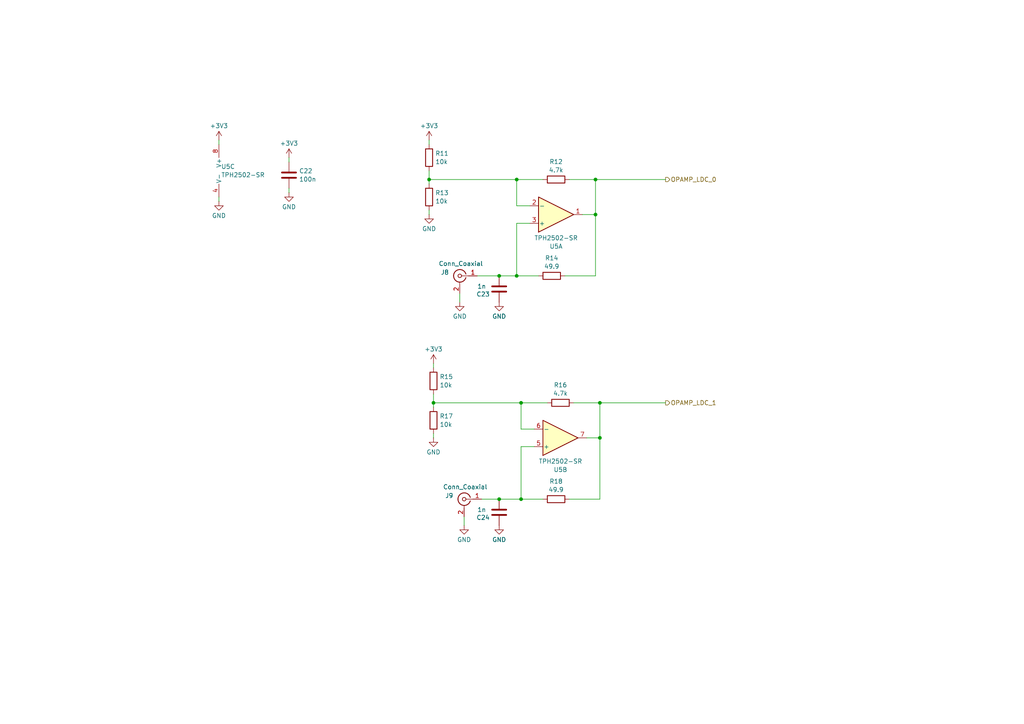
<source format=kicad_sch>
(kicad_sch (version 20250114) (generator "eeschema") (generator_version "9.0")
  (paper "A4")
  (lib_symbols
    (symbol "Amplifier_Operational:MCP6002-xSN" (pin_names (offset 0.127))
      (property "Reference" "U" (at 0 5.08 0))
      (property "Value" "MCP6002-xSN" (at 0 -5.08 0))
      (symbol "MCP6002-xSN_1_1"
        (polyline (pts (xy -5.08 5.08) (xy 5.08 0) (xy -5.08 -5.08) (xy -5.08 5.08)) (stroke (width 0.254)) (fill (type background)))
        (pin input line (at -7.62 2.54 0) (length 2.54) (name "+") (number "3"))
        (pin input line (at -7.62 -2.54 0) (length 2.54) (name "-") (number "2"))
        (pin output line (at 7.62 0 180) (length 2.54) (name "~") (number "1"))
      )
      (symbol "MCP6002-xSN_2_1"
        (polyline (pts (xy -5.08 5.08) (xy 5.08 0) (xy -5.08 -5.08) (xy -5.08 5.08)) (stroke (width 0.254)) (fill (type background)))
        (pin input line (at -7.62 2.54 0) (length 2.54) (name "+") (number "5"))
        (pin input line (at -7.62 -2.54 0) (length 2.54) (name "-") (number "6"))
        (pin output line (at 7.62 0 180) (length 2.54) (name "~") (number "7"))
      )
      (symbol "MCP6002-xSN_3_1"
        (pin power_in line (at -2.54 7.62 270) (length 3.81) (name "V+") (number "8"))
        (pin power_in line (at -2.54 -7.62 90) (length 3.81) (name "V-") (number "4"))
      )
    )
    (symbol "Connector:Conn_Coaxial" (pin_names (offset 1.016) (hide yes))
      (property "Reference" "J" (at 0.254 3.048 0))
      (property "Value" "Conn_Coaxial" (at 2.921 0 90))
      (symbol "Conn_Coaxial_0_1"
        (polyline (pts (xy -2.54 0) (xy -0.508 0)))
        (arc (start 1.778 0) (mid 0.222 -1.8079) (end -1.778 -0.508) (stroke (width 0.254)))
        (arc (start -1.778 0.508) (mid 0.2221 1.8084) (end 1.778 0) (stroke (width 0.254)))
        (circle (center 0 0) (radius 0.508) (stroke (width 0.2032)))
        (polyline (pts (xy 0 -2.54) (xy 0 -1.778)))
      )
      (symbol "Conn_Coaxial_1_1"
        (pin passive line (at -5.08 0 0) (length 2.54) (name "In") (number "1"))
        (pin passive line (at 0 -5.08 90) (length 2.54) (name "Ext") (number "2"))
      )
    )
    (symbol "Device:C" (pin_numbers (hide yes)) (pin_names (offset 0.254))
      (property "Reference" "C" (at 0.635 2.54 0))
      (property "Value" "C" (at 0.635 -2.54 0))
      (symbol "C_0_1"
        (polyline (pts (xy -2.032 0.762) (xy 2.032 0.762)) (stroke (width 0.508)))
        (polyline (pts (xy -2.032 -0.762) (xy 2.032 -0.762)) (stroke (width 0.508)))
      )
      (symbol "C_1_1"
        (pin passive line (at 0 3.81 270) (length 2.794) (name "~") (number "1"))
        (pin passive line (at 0 -3.81 90) (length 2.794) (name "~") (number "2"))
      )
    )
    (symbol "Device:R" (pin_numbers (hide yes)) (pin_names (offset 0))
      (property "Reference" "R" (at 2.032 0 90))
      (property "Value" "R" (at 0 0 90))
      (symbol "R_0_1"
        (rectangle (start -1.016 -2.54) (end 1.016 2.54) (stroke (width 0.254)))
      )
      (symbol "R_1_1"
        (pin passive line (at 0 3.81 270) (length 1.27) (name "~") (number "1"))
        (pin passive line (at 0 -3.81 90) (length 1.27) (name "~") (number "2"))
      )
    )
    (symbol "power:+3V3" (power) (pin_names (offset 0))
      (property "Value" "+3V3" (at 0 3.556 0))
      (symbol "+3V3_0_1"
        (polyline (pts (xy -0.762 1.27) (xy 0 2.54)))
        (polyline (pts (xy 0 2.54) (xy 0.762 1.27)))
        (polyline (pts (xy 0 0) (xy 0 2.54)))
      )
      (symbol "+3V3_1_1"
        (pin power_in line (at 0 0 90) (length 0) (hide yes) (name "+3V3") (number "1"))
      )
    )
    (symbol "power:GND" (power) (pin_numbers (hide yes)) (pin_names (offset 0) (hide yes))
      (property "Value" "GND" (at 0 -3.81 0))
      (symbol "GND_0_1"
        (polyline (pts (xy 0 0) (xy 0 -1.27) (xy 1.27 -1.27) (xy 0 -2.54) (xy -1.27 -1.27) (xy 0 -1.27)))
      )
      (symbol "GND_1_1"
        (pin power_in line (at 0 0 270) (length 0) (name "~") (number "1"))
      )
    )
  )
  (junction (at 124.46 52.07))
  (junction (at 172.72 62.23))
  (junction (at 125.73 116.84))
  (junction (at 151.13 116.84))
  (junction (at 151.13 144.78))
  (junction (at 144.78 80.01))
  (junction (at 144.78 144.78))
  (junction (at 173.99 127))
  (junction (at 173.99 116.84))
  (junction (at 149.86 80.01))
  (junction (at 149.86 52.07))
  (junction (at 172.72 52.07))
  (wire (pts (xy 149.86 52.07) (xy 149.86 59.69)))
  (wire (pts (xy 125.73 125.73) (xy 125.73 127)))
  (wire (pts (xy 172.72 80.01) (xy 163.83 80.01)))
  (wire (pts (xy 149.86 52.07) (xy 157.48 52.07)))
  (wire (pts (xy 124.46 49.53) (xy 124.46 52.07)))
  (wire (pts (xy 134.62 149.86) (xy 134.62 152.4)))
  (wire (pts (xy 124.46 52.07) (xy 149.86 52.07)))
  (wire (pts (xy 172.72 62.23) (xy 172.72 52.07)))
  (wire (pts (xy 138.43 80.01) (xy 144.78 80.01)))
  (wire (pts (xy 144.78 144.78) (xy 151.13 144.78)))
  (wire (pts (xy 165.1 52.07) (xy 172.72 52.07)))
  (wire (pts (xy 168.91 62.23) (xy 172.72 62.23)))
  (wire (pts (xy 166.37 116.84) (xy 173.99 116.84)))
  (wire (pts (xy 125.73 116.84) (xy 151.13 116.84)))
  (wire (pts (xy 139.7 144.78) (xy 144.78 144.78)))
  (wire (pts (xy 149.86 80.01) (xy 156.21 80.01)))
  (wire (pts (xy 63.5 40.64) (xy 63.5 41.91)))
  (wire (pts (xy 83.82 55.88) (xy 83.82 54.61)))
  (wire (pts (xy 172.72 62.23) (xy 172.72 80.01)))
  (wire (pts (xy 173.99 116.84) (xy 193.04 116.84)))
  (wire (pts (xy 133.35 85.09) (xy 133.35 87.63)))
  (wire (pts (xy 153.67 64.77) (xy 149.86 64.77)))
  (wire (pts (xy 149.86 59.69) (xy 153.67 59.69)))
  (wire (pts (xy 125.73 105.41) (xy 125.73 106.68)))
  (wire (pts (xy 151.13 116.84) (xy 151.13 124.46)))
  (wire (pts (xy 124.46 60.96) (xy 124.46 62.23)))
  (wire (pts (xy 172.72 52.07) (xy 193.04 52.07)))
  (wire (pts (xy 151.13 144.78) (xy 157.48 144.78)))
  (wire (pts (xy 173.99 144.78) (xy 165.1 144.78)))
  (wire (pts (xy 173.99 127) (xy 173.99 116.84)))
  (wire (pts (xy 63.5 58.42) (xy 63.5 57.15)))
  (wire (pts (xy 151.13 129.54) (xy 151.13 144.78)))
  (wire (pts (xy 149.86 64.77) (xy 149.86 80.01)))
  (wire (pts (xy 144.78 80.01) (xy 149.86 80.01)))
  (wire (pts (xy 124.46 40.64) (xy 124.46 41.91)))
  (wire (pts (xy 154.94 129.54) (xy 151.13 129.54)))
  (wire (pts (xy 170.18 127) (xy 173.99 127)))
  (wire (pts (xy 125.73 114.3) (xy 125.73 116.84)))
  (wire (pts (xy 173.99 127) (xy 173.99 144.78)))
  (wire (pts (xy 125.73 116.84) (xy 125.73 118.11)))
  (wire (pts (xy 124.46 52.07) (xy 124.46 53.34)))
  (wire (pts (xy 151.13 124.46) (xy 154.94 124.46)))
  (wire (pts (xy 151.13 116.84) (xy 158.75 116.84)))
  (wire (pts (xy 83.82 45.72) (xy 83.82 46.99)))
  (hierarchical_label "OPAMP_LDC_0" (shape output) (at 193.04 52.07 0))
  (hierarchical_label "OPAMP_LDC_1" (shape output) (at 193.04 116.84 0))
  (symbol (lib_id "power:+3V3") (at 125.73 105.41 0) (unit 1)
    (property "Reference" "#PWR046" (effects (hide yes)))
    (property "Value" "+3V3" (at 125.73 101.2769 0))
  )
  (symbol (lib_id "Device:C") (at 83.82 50.8 0) (unit 1)
    (property "Reference" "C22" (at 86.741 49.5879 0) (effects (justify left)))
    (property "Value" "100n" (at 86.741 52.0121 0) (effects (justify left)))
    (property "Footprint" "Capacitor_SMD:C_0402_1005Metric" (effects (hide yes)))
    (property "LCSC" "C307331" (effects (hide yes)))
  )
  (symbol (lib_id "Device:R") (at 161.29 52.07 270) (unit 1)
    (property "Reference" "R12" (at 161.29 46.9095 90))
    (property "Value" "4.7k" (at 161.29 49.3338 90))
    (property "Footprint" "Resistor_SMD:R_0603_1608Metric" (effects (hide yes)))
    (property "LCSC" "C23162" (effects (hide yes)))
  )
  (symbol (lib_id "Device:R") (at 124.46 45.72 180) (unit 1)
    (property "Reference" "R11" (at 126.238 44.5078 0) (effects (justify right)))
    (property "Value" "10k" (at 126.238 46.9321 0) (effects (justify right)))
    (property "Footprint" "Resistor_SMD:R_0603_1608Metric" (effects (hide yes)))
    (property "LCSC" "C25804" (effects (hide yes)))
  )
  (symbol (lib_id "Device:C") (at 144.78 83.82 0) (mirror x) (unit 1)
    (property "Reference" "C23" (at 138.176 85.344 0) (effects (justify left)))
    (property "Value" "1n" (at 138.43 83.058 0) (effects (justify left)))
    (property "Footprint" "Capacitor_SMD:C_0603_1608Metric" (effects (hide yes)))
    (property "LCSC" "C1588" (effects (hide yes)))
  )
  (symbol (lib_id "power:+3V3") (at 83.82 45.72 0) (unit 1)
    (property "Reference" "#PWR040" (effects (hide yes)))
    (property "Value" "+3V3" (at 83.82 41.5869 0))
  )
  (symbol (lib_id "Device:C") (at 144.78 148.59 0) (mirror x) (unit 1)
    (property "Reference" "C24" (at 138.176 150.114 0) (effects (justify left)))
    (property "Value" "1n" (at 138.43 147.828 0) (effects (justify left)))
    (property "Footprint" "Capacitor_SMD:C_0603_1608Metric" (effects (hide yes)))
    (property "LCSC" "C1588" (effects (hide yes)))
  )
  (symbol (lib_id "Connector:Conn_Coaxial") (at 133.35 80.01 0) (mirror y) (unit 1)
    (property "Reference" "J8" (at 129.032 78.994 0))
    (property "Value" "Conn_Coaxial" (at 133.6674 76.4632 0))
    (property "Footprint" "gabe_connectors:SMA_BAT_Wireless_BWSMA-KWE-Z001" (effects (hide yes)))
    (property "Description" "coaxial connector (BNC, SMA, SMB, SMC, Cinch/RCA, LEMO, ...)" (effects (hide yes)))
    (property "LCSC" "C496551" (effects (hide yes)))
  )
  (symbol (lib_id "Device:R") (at 124.46 57.15 180) (unit 1)
    (property "Reference" "R13" (at 126.238 55.9378 0) (effects (justify right)))
    (property "Value" "10k" (at 126.238 58.3621 0) (effects (justify right)))
    (property "Footprint" "Resistor_SMD:R_0603_1608Metric" (effects (hide yes)))
    (property "LCSC" "C25804" (effects (hide yes)))
  )
  (symbol (lib_id "Device:R") (at 125.73 110.49 180) (unit 1)
    (property "Reference" "R15" (at 127.508 109.2778 0) (effects (justify right)))
    (property "Value" "10k" (at 127.508 111.7021 0) (effects (justify right)))
    (property "Footprint" "Resistor_SMD:R_0603_1608Metric" (effects (hide yes)))
    (property "LCSC" "C25804" (effects (hide yes)))
  )
  (symbol (lib_id "power:GND") (at 124.46 62.23 0) (unit 1)
    (property "Reference" "#PWR043" (effects (hide yes)))
    (property "Value" "GND" (at 124.46 66.3631 0))
    (property "Description" "Power symbol creates a global label with name \"GND\" , ground" (effects (hide yes)))
  )
  (symbol (lib_id "Device:R") (at 125.73 121.92 180) (unit 1)
    (property "Reference" "R17" (at 127.508 120.7078 0) (effects (justify right)))
    (property "Value" "10k" (at 127.508 123.1321 0) (effects (justify right)))
    (property "Footprint" "Resistor_SMD:R_0603_1608Metric" (effects (hide yes)))
    (property "LCSC" "C25804" (effects (hide yes)))
  )
  (symbol (lib_id "power:GND") (at 133.35 87.63 0) (unit 1)
    (property "Reference" "#PWR044" (effects (hide yes)))
    (property "Value" "GND" (at 133.35 91.7631 0))
    (property "Description" "Power symbol creates a global label with name \"GND\" , ground" (effects (hide yes)))
  )
  (symbol (lib_id "Device:R") (at 162.56 116.84 270) (unit 1)
    (property "Reference" "R16" (at 162.56 111.6795 90))
    (property "Value" "4.7k" (at 162.56 114.1038 90))
    (property "Footprint" "Resistor_SMD:R_0603_1608Metric" (effects (hide yes)))
    (property "LCSC" "C23162" (effects (hide yes)))
  )
  (symbol (lib_id "power:GND") (at 83.82 55.88 0) (unit 1)
    (property "Reference" "#PWR041" (effects (hide yes)))
    (property "Value" "GND" (at 83.82 60.0131 0))
    (property "Description" "Power symbol creates a global label with name \"GND\" , ground" (effects (hide yes)))
  )
  (symbol (lib_id "power:+3V3") (at 124.46 40.64 0) (unit 1)
    (property "Reference" "#PWR039" (effects (hide yes)))
    (property "Value" "+3V3" (at 124.46 36.5069 0))
  )
  (symbol (lib_id "power:GND") (at 144.78 87.63 0) (unit 1)
    (property "Reference" "#PWR045" (effects (hide yes)))
    (property "Value" "GND" (at 144.78 91.7631 0))
    (property "Description" "Power symbol creates a global label with name \"GND\" , ground" (effects (hide yes)))
  )
  (symbol (lib_id "Amplifier_Operational:MCP6002-xSN") (at 162.56 127 0) (mirror x) (unit 2)
    (property "Reference" "U5" (at 162.56 136.2245 0))
    (property "Value" "TPH2502-SR" (at 162.56 133.8002 0))
    (property "Footprint" "Package_SO:SOIC-8_3.9x4.9mm_P1.27mm" (effects (hide yes)))
    (property "Datasheet" "http://ww1.microchip.com/downloads/en/DeviceDoc/21733j.pdf" (effects (hide yes)))
    (property "Description" "1MHz, Low-Power Op Amp, SOIC-8" (effects (hide yes)))
    (property "LCSC" "C118223" (effects (hide yes)))
  )
  (symbol (lib_id "power:GND") (at 134.62 152.4 0) (unit 1)
    (property "Reference" "#PWR048" (effects (hide yes)))
    (property "Value" "GND" (at 134.62 156.5331 0))
    (property "Description" "Power symbol creates a global label with name \"GND\" , ground" (effects (hide yes)))
  )
  (symbol (lib_id "power:+3V3") (at 63.5 40.64 0) (unit 1)
    (property "Reference" "#PWR038" (effects (hide yes)))
    (property "Value" "+3V3" (at 63.5 36.5069 0))
  )
  (symbol (lib_id "power:GND") (at 125.73 127 0) (unit 1)
    (property "Reference" "#PWR047" (effects (hide yes)))
    (property "Value" "GND" (at 125.73 131.1331 0))
    (property "Description" "Power symbol creates a global label with name \"GND\" , ground" (effects (hide yes)))
  )
  (symbol (lib_id "Device:R") (at 160.02 80.01 90) (unit 1)
    (property "Reference" "R14" (at 160.02 74.8495 90))
    (property "Value" "49.9" (at 160.02 77.2738 90))
    (property "Footprint" "Resistor_SMD:R_0603_1608Metric" (effects (hide yes)))
    (property "LCSC" "C23185" (effects (hide yes)))
  )
  (symbol (lib_id "Connector:Conn_Coaxial") (at 134.62 144.78 0) (mirror y) (unit 1)
    (property "Reference" "J9" (at 130.302 143.764 0))
    (property "Value" "Conn_Coaxial" (at 134.9374 141.2332 0))
    (property "Footprint" "gabe_connectors:SMA_BAT_Wireless_BWSMA-KWE-Z001" (effects (hide yes)))
    (property "Description" "coaxial connector (BNC, SMA, SMB, SMC, Cinch/RCA, LEMO, ...)" (effects (hide yes)))
    (property "LCSC" "C496551" (effects (hide yes)))
  )
  (symbol (lib_id "power:GND") (at 63.5 58.42 0) (unit 1)
    (property "Reference" "#PWR042" (effects (hide yes)))
    (property "Value" "GND" (at 63.5 62.5531 0))
    (property "Description" "Power symbol creates a global label with name \"GND\" , ground" (effects (hide yes)))
  )
  (symbol (lib_id "Amplifier_Operational:MCP6002-xSN") (at 66.04 49.53 0) (unit 3)
    (property "Reference" "U5" (at 64.135 48.3178 0) (effects (justify left)))
    (property "Value" "TPH2502-SR" (at 64.135 50.7421 0) (effects (justify left)))
    (property "Footprint" "Package_SO:SOIC-8_3.9x4.9mm_P1.27mm" (effects (hide yes)))
    (property "Datasheet" "http://ww1.microchip.com/downloads/en/DeviceDoc/21733j.pdf" (effects (hide yes)))
    (property "Description" "1MHz, Low-Power Op Amp, SOIC-8" (effects (hide yes)))
    (property "LCSC" "C118223" (effects (hide yes)))
  )
  (symbol (lib_id "Device:R") (at 161.29 144.78 90) (unit 1)
    (property "Reference" "R18" (at 161.29 139.6195 90))
    (property "Value" "49.9" (at 161.29 142.0438 90))
    (property "Footprint" "Resistor_SMD:R_0603_1608Metric" (effects (hide yes)))
    (property "LCSC" "C23185" (effects (hide yes)))
  )
  (symbol (lib_id "power:GND") (at 144.78 152.4 0) (unit 1)
    (property "Reference" "#PWR049" (effects (hide yes)))
    (property "Value" "GND" (at 144.78 156.5331 0))
    (property "Description" "Power symbol creates a global label with name \"GND\" , ground" (effects (hide yes)))
  )
  (symbol (lib_id "Amplifier_Operational:MCP6002-xSN") (at 161.29 62.23 0) (mirror x) (unit 1)
    (property "Reference" "U5" (at 161.29 71.4545 0))
    (property "Value" "TPH2502-SR" (at 161.29 69.0302 0))
    (property "Footprint" "Package_SO:SOIC-8_3.9x4.9mm_P1.27mm" (effects (hide yes)))
    (property "Datasheet" "http://ww1.microchip.com/downloads/en/DeviceDoc/21733j.pdf" (effects (hide yes)))
    (property "Description" "1MHz, Low-Power Op Amp, SOIC-8" (effects (hide yes)))
    (property "LCSC" "C118223" (effects (hide yes)))
  )
)
</source>
